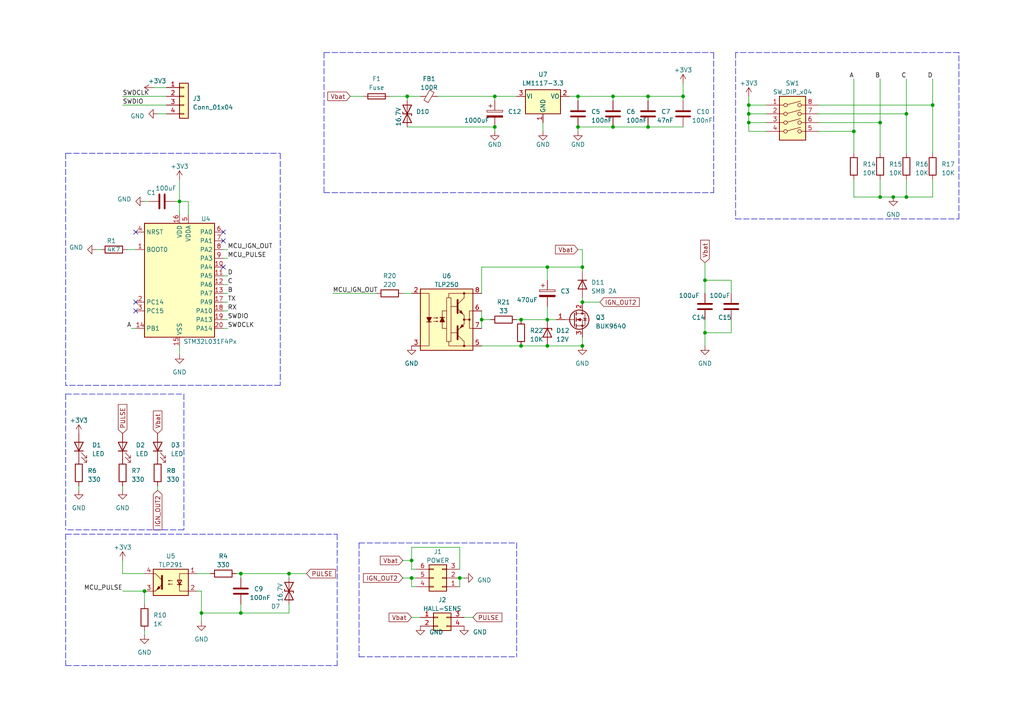
<source format=kicad_sch>
(kicad_sch (version 20210621) (generator eeschema)
  (paper "A4")
  (junction (at -246.38 69.85) (diameter 0.9144))
  (junction (at -238.76 69.85) (diameter 0.9144))
  (junction (at -226.06 54.61) (diameter 0.9144))
  (junction (at -210.82 62.23) (diameter 0.9144))
  (junction (at -210.82 74.93) (diameter 0.9144))
  (junction (at -185.42 58.42) (diameter 0.9144))
  (junction (at -185.42 74.93) (diameter 0.9144))
  (junction (at -185.42 86.36) (diameter 0.9144))
  (junction (at -100.33 55.88) (diameter 0.9144))
  (junction (at -100.33 77.47) (diameter 0.9144))
  (junction (at -74.93 62.23) (diameter 0.9144))
  (junction (at -74.93 69.85) (diameter 0.9144))
  (junction (at -68.58 69.85) (diameter 0.9144))
  (junction (at -66.04 85.09) (diameter 0.9144))
  (junction (at -63.5 62.23) (diameter 0.9144))
  (junction (at -52.07 69.85) (diameter 0.9144))
  (junction (at -50.8 81.28) (diameter 0.9144))
  (junction (at -49.53 62.23) (diameter 0.9144))
  (junction (at 41.91 171.45) (diameter 0.9144))
  (junction (at 52.07 58.42) (diameter 0.9144))
  (junction (at 58.42 177.8) (diameter 0.9144))
  (junction (at 69.85 166.37) (diameter 0.9144))
  (junction (at 69.85 177.8) (diameter 0.9144))
  (junction (at 83.82 166.37) (diameter 0.9144))
  (junction (at 118.11 27.94) (diameter 0.9144))
  (junction (at 119.38 162.56) (diameter 0.9144))
  (junction (at 119.38 167.64) (diameter 0.9144))
  (junction (at 133.35 167.64) (diameter 0.9144))
  (junction (at 139.7 92.71) (diameter 0.9144))
  (junction (at 143.51 27.94) (diameter 0.9144))
  (junction (at 143.51 36.83) (diameter 0.9144))
  (junction (at 151.13 92.71) (diameter 0.9144))
  (junction (at 151.13 100.33) (diameter 0.9144))
  (junction (at 158.75 77.47) (diameter 0.9144))
  (junction (at 158.75 92.71) (diameter 0.9144))
  (junction (at 158.75 100.33) (diameter 0.9144))
  (junction (at 167.64 27.94) (diameter 0.9144))
  (junction (at 167.64 36.83) (diameter 0.9144))
  (junction (at 168.91 77.47) (diameter 0.9144))
  (junction (at 168.91 87.63) (diameter 0.9144))
  (junction (at 168.91 100.33) (diameter 0.9144))
  (junction (at 177.8 27.94) (diameter 0.9144))
  (junction (at 177.8 36.83) (diameter 0.9144))
  (junction (at 187.96 27.94) (diameter 0.9144))
  (junction (at 187.96 36.83) (diameter 0.9144))
  (junction (at 198.12 27.94) (diameter 0.9144))
  (junction (at 204.47 81.28) (diameter 0.9144))
  (junction (at 204.47 96.52) (diameter 0.9144))
  (junction (at 217.17 30.48) (diameter 0.9144))
  (junction (at 217.17 33.02) (diameter 0.9144))
  (junction (at 217.17 35.56) (diameter 0.9144))
  (junction (at 247.65 38.1) (diameter 0.9144))
  (junction (at 255.27 35.56) (diameter 0.9144))
  (junction (at 255.27 57.15) (diameter 0.9144))
  (junction (at 259.08 57.15) (diameter 0.9144))
  (junction (at 262.89 33.02) (diameter 0.9144))
  (junction (at 262.89 57.15) (diameter 0.9144))
  (junction (at 270.51 30.48) (diameter 0.9144))
  (no_connect (at 39.37 67.31))
  (no_connect (at 39.37 87.63))
  (no_connect (at 39.37 90.17))
  (no_connect (at 64.77 67.31))
  (no_connect (at 64.77 69.85))
  (no_connect (at 64.77 77.47))
  (wire (pts (xy -275.59 64.77) (xy -274.32 64.77)))
  (wire (pts (xy -266.7 64.77) (xy -264.16 64.77)))
  (wire (pts (xy -264.16 69.85) (xy -264.16 73.66)))
  (wire (pts (xy -248.92 64.77) (xy -246.38 62.23)))
  (wire (pts (xy -248.92 69.85) (xy -246.38 69.85)))
  (wire (pts (xy -246.38 69.85) (xy -246.38 72.39)))
  (wire (pts (xy -246.38 69.85) (xy -238.76 69.85)))
  (wire (pts (xy -246.38 80.01) (xy -246.38 82.55)))
  (wire (pts (xy -238.76 54.61) (xy -238.76 62.23)))
  (wire (pts (xy -238.76 69.85) (xy -233.68 69.85)))
  (wire (pts (xy -238.76 72.39) (xy -238.76 69.85)))
  (wire (pts (xy -233.68 72.39) (xy -238.76 72.39)))
  (wire (pts (xy -226.06 53.34) (xy -226.06 54.61)))
  (wire (pts (xy -226.06 54.61) (xy -238.76 54.61)))
  (wire (pts (xy -226.06 54.61) (xy -226.06 57.15)))
  (wire (pts (xy -222.25 54.61) (xy -226.06 54.61)))
  (wire (pts (xy -218.44 74.93) (xy -210.82 74.93)))
  (wire (pts (xy -214.63 54.61) (xy -210.82 54.61)))
  (wire (pts (xy -210.82 54.61) (xy -210.82 62.23)))
  (wire (pts (xy -210.82 62.23) (xy -218.44 62.23)))
  (wire (pts (xy -210.82 66.04) (xy -210.82 62.23)))
  (wire (pts (xy -210.82 74.93) (xy -210.82 73.66)))
  (wire (pts (xy -210.82 74.93) (xy -185.42 74.93)))
  (wire (pts (xy -210.82 77.47) (xy -218.44 77.47)))
  (wire (pts (xy -210.82 93.98) (xy -210.82 77.47)))
  (wire (pts (xy -210.82 93.98) (xy -207.01 93.98)))
  (wire (pts (xy -205.74 64.77) (xy -218.44 64.77)))
  (wire (pts (xy -199.39 93.98) (xy -193.04 93.98)))
  (wire (pts (xy -198.12 64.77) (xy -193.04 64.77)))
  (wire (pts (xy -185.42 55.88) (xy -185.42 58.42)))
  (wire (pts (xy -185.42 58.42) (xy -185.42 59.69)))
  (wire (pts (xy -185.42 58.42) (xy -181.61 58.42)))
  (wire (pts (xy -185.42 69.85) (xy -185.42 74.93)))
  (wire (pts (xy -185.42 74.93) (xy -181.61 74.93)))
  (wire (pts (xy -185.42 76.2) (xy -185.42 74.93)))
  (wire (pts (xy -185.42 83.82) (xy -185.42 86.36)))
  (wire (pts (xy -185.42 86.36) (xy -185.42 88.9)))
  (wire (pts (xy -185.42 86.36) (xy -181.61 86.36)))
  (wire (pts (xy -185.42 99.06) (xy -185.42 100.33)))
  (wire (pts (xy -173.99 58.42) (xy -171.45 58.42)))
  (wire (pts (xy -114.3 55.88) (xy -100.33 55.88)))
  (wire (pts (xy -114.3 67.31) (xy -114.3 55.88)))
  (wire (pts (xy -113.03 69.85) (xy -110.49 69.85)))
  (wire (pts (xy -113.03 77.47) (xy -100.33 77.47)))
  (wire (pts (xy -110.49 67.31) (xy -114.3 67.31)))
  (wire (pts (xy -100.33 54.61) (xy -100.33 55.88)))
  (wire (pts (xy -100.33 55.88) (xy -100.33 57.15)))
  (wire (pts (xy -100.33 55.88) (xy -92.71 55.88)))
  (wire (pts (xy -100.33 74.93) (xy -100.33 77.47)))
  (wire (pts (xy -100.33 77.47) (xy -100.33 78.74)))
  (wire (pts (xy -90.17 62.23) (xy -90.17 64.77)))
  (wire (pts (xy -90.17 69.85) (xy -90.17 67.31)))
  (wire (pts (xy -85.09 62.23) (xy -90.17 62.23)))
  (wire (pts (xy -85.09 69.85) (xy -90.17 69.85)))
  (wire (pts (xy -83.82 55.88) (xy -85.09 55.88)))
  (wire (pts (xy -74.93 62.23) (xy -77.47 62.23)))
  (wire (pts (xy -74.93 62.23) (xy -63.5 62.23)))
  (wire (pts (xy -74.93 69.85) (xy -77.47 69.85)))
  (wire (pts (xy -74.93 69.85) (xy -68.58 69.85)))
  (wire (pts (xy -68.58 69.85) (xy -68.58 73.66)))
  (wire (pts (xy -68.58 69.85) (xy -52.07 69.85)))
  (wire (pts (xy -68.58 81.28) (xy -68.58 85.09)))
  (wire (pts (xy -68.58 85.09) (xy -66.04 85.09)))
  (wire (pts (xy -66.04 85.09) (xy -63.5 85.09)))
  (wire (pts (xy -63.5 62.23) (xy -63.5 73.66)))
  (wire (pts (xy -63.5 62.23) (xy -49.53 62.23)))
  (wire (pts (xy -63.5 81.28) (xy -63.5 85.09)))
  (wire (pts (xy -52.07 69.85) (xy -52.07 73.66)))
  (wire (pts (xy -52.07 69.85) (xy -45.72 69.85)))
  (wire (pts (xy -52.07 81.28) (xy -50.8 81.28)))
  (wire (pts (xy -50.8 81.28) (xy -50.8 83.82)))
  (wire (pts (xy -50.8 81.28) (xy -49.53 81.28)))
  (wire (pts (xy -49.53 62.23) (xy -49.53 73.66)))
  (wire (pts (xy -49.53 62.23) (xy -45.72 62.23)))
  (wire (pts (xy 22.86 140.97) (xy 22.86 142.24)))
  (wire (pts (xy 27.94 72.39) (xy 29.21 72.39)))
  (wire (pts (xy 35.56 27.94) (xy 48.26 27.94)))
  (wire (pts (xy 35.56 30.48) (xy 48.26 30.48)))
  (wire (pts (xy 35.56 140.97) (xy 35.56 142.24)))
  (wire (pts (xy 35.56 162.56) (xy 35.56 166.37)))
  (wire (pts (xy 35.56 166.37) (xy 41.91 166.37)))
  (wire (pts (xy 35.56 171.45) (xy 41.91 171.45)))
  (wire (pts (xy 36.83 72.39) (xy 39.37 72.39)))
  (wire (pts (xy 39.37 95.25) (xy 38.1 95.25)))
  (wire (pts (xy 41.91 58.42) (xy 43.18 58.42)))
  (wire (pts (xy 41.91 171.45) (xy 41.91 175.26)))
  (wire (pts (xy 41.91 182.88) (xy 41.91 184.15)))
  (wire (pts (xy 45.72 140.97) (xy 45.72 142.24)))
  (wire (pts (xy 48.26 25.4) (xy 44.45 25.4)))
  (wire (pts (xy 48.26 33.02) (xy 45.72 33.02)))
  (wire (pts (xy 50.8 58.42) (xy 52.07 58.42)))
  (wire (pts (xy 52.07 52.07) (xy 52.07 58.42)))
  (wire (pts (xy 52.07 58.42) (xy 52.07 62.23)))
  (wire (pts (xy 52.07 100.33) (xy 52.07 102.87)))
  (wire (pts (xy 54.61 58.42) (xy 52.07 58.42)))
  (wire (pts (xy 54.61 62.23) (xy 54.61 58.42)))
  (wire (pts (xy 57.15 166.37) (xy 60.96 166.37)))
  (wire (pts (xy 57.15 171.45) (xy 58.42 171.45)))
  (wire (pts (xy 58.42 171.45) (xy 58.42 177.8)))
  (wire (pts (xy 58.42 177.8) (xy 58.42 180.34)))
  (wire (pts (xy 58.42 177.8) (xy 69.85 177.8)))
  (wire (pts (xy 66.04 72.39) (xy 64.77 72.39)))
  (wire (pts (xy 66.04 74.93) (xy 64.77 74.93)))
  (wire (pts (xy 66.04 80.01) (xy 64.77 80.01)))
  (wire (pts (xy 66.04 82.55) (xy 64.77 82.55)))
  (wire (pts (xy 66.04 85.09) (xy 64.77 85.09)))
  (wire (pts (xy 66.04 87.63) (xy 64.77 87.63)))
  (wire (pts (xy 66.04 90.17) (xy 64.77 90.17)))
  (wire (pts (xy 66.04 92.71) (xy 64.77 92.71)))
  (wire (pts (xy 66.04 95.25) (xy 64.77 95.25)))
  (wire (pts (xy 68.58 166.37) (xy 69.85 166.37)))
  (wire (pts (xy 69.85 166.37) (xy 69.85 167.64)))
  (wire (pts (xy 69.85 166.37) (xy 83.82 166.37)))
  (wire (pts (xy 69.85 175.26) (xy 69.85 177.8)))
  (wire (pts (xy 83.82 166.37) (xy 83.82 167.64)))
  (wire (pts (xy 83.82 166.37) (xy 88.9 166.37)))
  (wire (pts (xy 83.82 175.26) (xy 83.82 177.8)))
  (wire (pts (xy 83.82 177.8) (xy 69.85 177.8)))
  (wire (pts (xy 96.52 85.09) (xy 109.22 85.09)))
  (wire (pts (xy 101.6 27.94) (xy 105.41 27.94)))
  (wire (pts (xy 113.03 27.94) (xy 118.11 27.94)))
  (wire (pts (xy 116.84 85.09) (xy 119.38 85.09)))
  (wire (pts (xy 116.84 162.56) (xy 119.38 162.56)))
  (wire (pts (xy 118.11 27.94) (xy 118.11 29.21)))
  (wire (pts (xy 118.11 27.94) (xy 121.92 27.94)))
  (wire (pts (xy 118.11 36.83) (xy 143.51 36.83)))
  (wire (pts (xy 119.38 158.75) (xy 119.38 162.56)))
  (wire (pts (xy 119.38 158.75) (xy 133.35 158.75)))
  (wire (pts (xy 119.38 165.1) (xy 119.38 162.56)))
  (wire (pts (xy 119.38 167.64) (xy 116.84 167.64)))
  (wire (pts (xy 119.38 167.64) (xy 120.65 167.64)))
  (wire (pts (xy 119.38 170.18) (xy 119.38 167.64)))
  (wire (pts (xy 119.38 179.07) (xy 121.92 179.07)))
  (wire (pts (xy 120.65 165.1) (xy 119.38 165.1)))
  (wire (pts (xy 120.65 170.18) (xy 119.38 170.18)))
  (wire (pts (xy 127 27.94) (xy 143.51 27.94)))
  (wire (pts (xy 133.35 158.75) (xy 133.35 165.1)))
  (wire (pts (xy 133.35 167.64) (xy 133.35 170.18)))
  (wire (pts (xy 133.35 167.64) (xy 134.62 167.64)))
  (wire (pts (xy 134.62 179.07) (xy 137.16 179.07)))
  (wire (pts (xy 139.7 77.47) (xy 158.75 77.47)))
  (wire (pts (xy 139.7 85.09) (xy 139.7 77.47)))
  (wire (pts (xy 139.7 90.17) (xy 139.7 92.71)))
  (wire (pts (xy 139.7 92.71) (xy 139.7 95.25)))
  (wire (pts (xy 139.7 92.71) (xy 142.24 92.71)))
  (wire (pts (xy 139.7 100.33) (xy 151.13 100.33)))
  (wire (pts (xy 143.51 27.94) (xy 143.51 29.21)))
  (wire (pts (xy 143.51 27.94) (xy 149.86 27.94)))
  (wire (pts (xy 143.51 36.83) (xy 143.51 38.1)))
  (wire (pts (xy 149.86 92.71) (xy 151.13 92.71)))
  (wire (pts (xy 151.13 92.71) (xy 158.75 92.71)))
  (wire (pts (xy 151.13 100.33) (xy 158.75 100.33)))
  (wire (pts (xy 157.48 35.56) (xy 157.48 38.1)))
  (wire (pts (xy 158.75 77.47) (xy 158.75 81.28)))
  (wire (pts (xy 158.75 77.47) (xy 168.91 77.47)))
  (wire (pts (xy 158.75 88.9) (xy 158.75 92.71)))
  (wire (pts (xy 158.75 92.71) (xy 161.29 92.71)))
  (wire (pts (xy 158.75 100.33) (xy 168.91 100.33)))
  (wire (pts (xy 165.1 27.94) (xy 167.64 27.94)))
  (wire (pts (xy 167.64 27.94) (xy 167.64 29.21)))
  (wire (pts (xy 167.64 27.94) (xy 177.8 27.94)))
  (wire (pts (xy 167.64 36.83) (xy 167.64 38.1)))
  (wire (pts (xy 167.64 36.83) (xy 177.8 36.83)))
  (wire (pts (xy 167.64 72.39) (xy 168.91 72.39)))
  (wire (pts (xy 168.91 72.39) (xy 168.91 77.47)))
  (wire (pts (xy 168.91 77.47) (xy 168.91 78.74)))
  (wire (pts (xy 168.91 86.36) (xy 168.91 87.63)))
  (wire (pts (xy 168.91 87.63) (xy 173.99 87.63)))
  (wire (pts (xy 168.91 97.79) (xy 168.91 100.33)))
  (wire (pts (xy 177.8 29.21) (xy 177.8 27.94)))
  (wire (pts (xy 177.8 36.83) (xy 187.96 36.83)))
  (wire (pts (xy 187.96 27.94) (xy 177.8 27.94)))
  (wire (pts (xy 187.96 29.21) (xy 187.96 27.94)))
  (wire (pts (xy 187.96 36.83) (xy 198.12 36.83)))
  (wire (pts (xy 198.12 24.13) (xy 198.12 27.94)))
  (wire (pts (xy 198.12 27.94) (xy 187.96 27.94)))
  (wire (pts (xy 198.12 29.21) (xy 198.12 27.94)))
  (wire (pts (xy 204.47 76.2) (xy 204.47 81.28)))
  (wire (pts (xy 204.47 81.28) (xy 204.47 85.09)))
  (wire (pts (xy 204.47 92.71) (xy 204.47 96.52)))
  (wire (pts (xy 204.47 96.52) (xy 204.47 100.33)))
  (wire (pts (xy 212.09 81.28) (xy 204.47 81.28)))
  (wire (pts (xy 212.09 85.09) (xy 212.09 81.28)))
  (wire (pts (xy 212.09 92.71) (xy 212.09 96.52)))
  (wire (pts (xy 212.09 96.52) (xy 204.47 96.52)))
  (wire (pts (xy 217.17 27.94) (xy 217.17 30.48)))
  (wire (pts (xy 217.17 30.48) (xy 222.25 30.48)))
  (wire (pts (xy 217.17 33.02) (xy 217.17 30.48)))
  (wire (pts (xy 217.17 35.56) (xy 217.17 33.02)))
  (wire (pts (xy 217.17 38.1) (xy 217.17 35.56)))
  (wire (pts (xy 222.25 33.02) (xy 217.17 33.02)))
  (wire (pts (xy 222.25 35.56) (xy 217.17 35.56)))
  (wire (pts (xy 222.25 38.1) (xy 217.17 38.1)))
  (wire (pts (xy 237.49 30.48) (xy 270.51 30.48)))
  (wire (pts (xy 237.49 33.02) (xy 262.89 33.02)))
  (wire (pts (xy 237.49 35.56) (xy 255.27 35.56)))
  (wire (pts (xy 237.49 38.1) (xy 247.65 38.1)))
  (wire (pts (xy 247.65 22.86) (xy 247.65 38.1)))
  (wire (pts (xy 247.65 38.1) (xy 247.65 44.45)))
  (wire (pts (xy 247.65 52.07) (xy 247.65 57.15)))
  (wire (pts (xy 247.65 57.15) (xy 255.27 57.15)))
  (wire (pts (xy 255.27 22.86) (xy 255.27 35.56)))
  (wire (pts (xy 255.27 35.56) (xy 255.27 44.45)))
  (wire (pts (xy 255.27 52.07) (xy 255.27 57.15)))
  (wire (pts (xy 255.27 57.15) (xy 259.08 57.15)))
  (wire (pts (xy 262.89 22.86) (xy 262.89 33.02)))
  (wire (pts (xy 262.89 33.02) (xy 262.89 44.45)))
  (wire (pts (xy 262.89 52.07) (xy 262.89 57.15)))
  (wire (pts (xy 262.89 57.15) (xy 259.08 57.15)))
  (wire (pts (xy 270.51 30.48) (xy 270.51 22.86)))
  (wire (pts (xy 270.51 30.48) (xy 270.51 44.45)))
  (wire (pts (xy 270.51 52.07) (xy 270.51 57.15)))
  (wire (pts (xy 270.51 57.15) (xy 262.89 57.15)))
  (polyline (pts (xy -290.83 43.18) (xy -290.83 106.68)) (stroke (width 0) (type dash)))
  (polyline (pts (xy -290.83 43.18) (xy -146.05 43.18)) (stroke (width 0) (type dash)))
  (polyline (pts (xy -146.05 43.18) (xy -146.05 106.68)) (stroke (width 0) (type dash)))
  (polyline (pts (xy -146.05 106.68) (xy -290.83 106.68)) (stroke (width 0) (type dash)))
  (polyline (pts (xy -116.84 48.26) (xy -116.84 91.44)) (stroke (width 0) (type dash)))
  (polyline (pts (xy -116.84 48.26) (xy -38.1 48.26)) (stroke (width 0) (type dash)))
  (polyline (pts (xy -38.1 48.26) (xy -38.1 91.44)) (stroke (width 0) (type dash)))
  (polyline (pts (xy -38.1 91.44) (xy -116.84 91.44)) (stroke (width 0) (type dash)))
  (polyline (pts (xy 19.05 44.45) (xy 19.05 111.76)) (stroke (width 0) (type dash)))
  (polyline (pts (xy 19.05 44.45) (xy 81.28 44.45)) (stroke (width 0) (type dash)))
  (polyline (pts (xy 19.05 114.3) (xy 19.05 153.67)) (stroke (width 0) (type dash)))
  (polyline (pts (xy 19.05 114.3) (xy 53.34 114.3)) (stroke (width 0) (type dash)))
  (polyline (pts (xy 19.05 154.94) (xy 19.05 193.04)) (stroke (width 0) (type dash)))
  (polyline (pts (xy 19.05 154.94) (xy 97.79 154.94)) (stroke (width 0) (type dash)))
  (polyline (pts (xy 19.05 193.04) (xy 97.79 193.04)) (stroke (width 0) (type dash)))
  (polyline (pts (xy 53.34 114.3) (xy 53.34 153.67)) (stroke (width 0) (type dash)))
  (polyline (pts (xy 53.34 153.67) (xy 19.05 153.67)) (stroke (width 0) (type dash)))
  (polyline (pts (xy 81.28 44.45) (xy 81.28 111.76)) (stroke (width 0) (type dash)))
  (polyline (pts (xy 81.28 111.76) (xy 19.05 111.76)) (stroke (width 0) (type dash)))
  (polyline (pts (xy 93.98 15.24) (xy 93.98 55.88)) (stroke (width 0) (type dash)))
  (polyline (pts (xy 93.98 15.24) (xy 207.01 15.24)) (stroke (width 0) (type dash)))
  (polyline (pts (xy 93.98 55.88) (xy 207.01 55.88)) (stroke (width 0) (type dash)))
  (polyline (pts (xy 97.79 154.94) (xy 97.79 193.04)) (stroke (width 0) (type dash)))
  (polyline (pts (xy 104.14 157.48) (xy 104.14 190.5)) (stroke (width 0) (type dash)))
  (polyline (pts (xy 104.14 157.48) (xy 149.86 157.48)) (stroke (width 0) (type dash)))
  (polyline (pts (xy 104.14 190.5) (xy 149.86 190.5)) (stroke (width 0) (type dash)))
  (polyline (pts (xy 149.86 157.48) (xy 149.86 190.5)) (stroke (width 0) (type dash)))
  (polyline (pts (xy 207.01 55.88) (xy 207.01 15.24)) (stroke (width 0) (type dash)))
  (polyline (pts (xy 213.36 15.24) (xy 213.36 63.5)) (stroke (width 0) (type dash)))
  (polyline (pts (xy 213.36 63.5) (xy 278.13 63.5)) (stroke (width 0) (type dash)))
  (polyline (pts (xy 278.13 15.24) (xy 213.36 15.24)) (stroke (width 0) (type dash)))
  (polyline (pts (xy 278.13 63.5) (xy 278.13 15.24)) (stroke (width 0) (type dash)))
  (label "MCU_IGN_OUT" (at -275.59 64.77 180))
  (label "TX" (at -110.49 62.23 180))
  (label "RX" (at -110.49 64.77 180))
  (label "SWDCLK" (at 35.56 27.94 0))
  (label "SWDIO" (at 35.56 30.48 0))
  (label "MCU_PULSE" (at 35.56 171.45 180))
  (label "A" (at 38.1 95.25 180))
  (label "MCU_IGN_OUT" (at 66.04 72.39 0))
  (label "MCU_PULSE" (at 66.04 74.93 0))
  (label "D" (at 66.04 80.01 0))
  (label "C" (at 66.04 82.55 0))
  (label "B" (at 66.04 85.09 0))
  (label "TX" (at 66.04 87.63 0))
  (label "RX" (at 66.04 90.17 0))
  (label "SWDIO" (at 66.04 92.71 0))
  (label "SWDCLK" (at 66.04 95.25 0))
  (label "MCU_IGN_OUT" (at 96.52 85.09 0))
  (label "A" (at 247.65 22.86 180))
  (label "B" (at 255.27 22.86 180))
  (label "C" (at 262.89 22.86 180))
  (label "D" (at 270.51 22.86 180))
  (global_label "Vbat" (shape input) (at -226.06 53.34 90) (property "Intersheet References" "${INTERSHEET_REFS}" (effects hide)))
  (global_label "Vbat" (shape input) (at -185.42 55.88 90) (property "Intersheet References" "${INTERSHEET_REFS}" (effects hide)))
  (global_label "IGN_OUT1" (shape input) (at -181.61 74.93 0) (property "Intersheet References" "${INTERSHEET_REFS}" (effects hide)))
  (global_label "IGN_OUT2" (shape input) (at -181.61 86.36 0) (property "Intersheet References" "${INTERSHEET_REFS}" (effects hide)))
  (global_label "CANH" (shape input) (at -45.72 62.23 0) (property "Intersheet References" "${INTERSHEET_REFS}" (effects hide)))
  (global_label "CANL" (shape input) (at -45.72 69.85 0) (property "Intersheet References" "${INTERSHEET_REFS}" (effects hide)))
  (global_label "PULSE" (shape input) (at 35.56 125.73 90) (property "Intersheet References" "${INTERSHEET_REFS}" (effects hide)))
  (global_label "Vbat" (shape input) (at 45.72 125.73 90) (property "Intersheet References" "${INTERSHEET_REFS}" (effects hide)))
  (global_label "IGN_OUT2" (shape input) (at 45.72 142.24 270) (property "Intersheet References" "${INTERSHEET_REFS}" (effects hide)))
  (global_label "PULSE" (shape input) (at 88.9 166.37 0) (property "Intersheet References" "${INTERSHEET_REFS}" (effects hide)))
  (global_label "Vbat" (shape input) (at 101.6 27.94 180) (property "Intersheet References" "${INTERSHEET_REFS}" (effects hide)))
  (global_label "Vbat" (shape input) (at 116.84 162.56 180) (property "Intersheet References" "${INTERSHEET_REFS}" (effects hide)))
  (global_label "IGN_OUT2" (shape input) (at 116.84 167.64 180) (property "Intersheet References" "${INTERSHEET_REFS}" (effects hide)))
  (global_label "Vbat" (shape input) (at 119.38 179.07 180) (property "Intersheet References" "${INTERSHEET_REFS}" (effects hide)))
  (global_label "PULSE" (shape input) (at 137.16 179.07 0) (property "Intersheet References" "${INTERSHEET_REFS}" (effects hide)))
  (global_label "Vbat" (shape input) (at 167.64 72.39 180) (property "Intersheet References" "${INTERSHEET_REFS}" (effects hide)))
  (global_label "IGN_OUT2" (shape input) (at 173.99 87.63 0) (property "Intersheet References" "${INTERSHEET_REFS}" (effects hide)))
  (global_label "Vbat" (shape input) (at 204.47 76.2 90) (property "Intersheet References" "${INTERSHEET_REFS}" (effects hide)))
  (symbol (lib_id "power:+3V3") (at -100.33 54.61 0) (unit 1)
    (property "Reference" "#PWR0111" (effects hide))
    (property "Value" "+3V3" (at -100.33 50.8 0))
  )
  (symbol (lib_id "power:+3V3") (at 22.86 125.73 0) (unit 1)
    (property "Reference" "#PWR0124" (effects hide))
    (property "Value" "+3V3" (at 22.86 121.92 0))
  )
  (symbol (lib_id "power:+3V3") (at 35.56 162.56 0) (unit 1)
    (property "Reference" "#PWR0106" (effects hide))
    (property "Value" "+3V3" (at 35.56 158.75 0))
  )
  (symbol (lib_id "power:+3.3V") (at 44.45 25.4 90) (unit 1)
    (property "Reference" "#PWR0121" (effects hide))
    (property "Value" "+3.3V" (at 48.26 23.4949 90) (effects (justify left)))
  )
  (symbol (lib_id "power:+3V3") (at 52.07 52.07 0) (unit 1)
    (property "Reference" "#PWR0122" (effects hide))
    (property "Value" "+3V3" (at 52.07 48.26 0))
  )
  (symbol (lib_id "power:+3V3") (at 198.12 24.13 0) (unit 1)
    (property "Reference" "#PWR0105" (effects hide))
    (property "Value" "+3V3" (at 198.12 20.32 0))
  )
  (symbol (lib_id "power:+3V3") (at 217.17 27.94 0) (unit 1)
    (property "Reference" "#PWR0114" (effects hide))
    (property "Value" "+3V3" (at 217.17 24.13 0))
  )
  (symbol (lib_id "power:GND") (at -264.16 73.66 0) (unit 1)
    (property "Reference" "#PWR0131" (effects hide))
    (property "Value" "GND" (at -264.16 78.74 0))
  )
  (symbol (lib_id "power:GND") (at -246.38 82.55 0) (unit 1)
    (property "Reference" "#PWR0127" (effects hide))
    (property "Value" "GND" (at -246.38 87.63 0))
  )
  (symbol (lib_id "power:GND") (at -226.06 82.55 0) (unit 1)
    (property "Reference" "#PWR0132" (effects hide))
    (property "Value" "GND" (at -226.06 87.63 0))
  )
  (symbol (lib_id "power:GND") (at -185.42 100.33 0) (unit 1)
    (property "Reference" "#PWR0133" (effects hide))
    (property "Value" "GND" (at -185.42 105.41 0))
  )
  (symbol (lib_id "power:GND") (at -171.45 58.42 90) (unit 1)
    (property "Reference" "#PWR0134" (effects hide))
    (property "Value" "GND" (at -171.45 61.5949 90) (effects (justify right)))
  )
  (symbol (lib_id "power:GND") (at -100.33 78.74 0) (unit 1)
    (property "Reference" "#PWR0110" (effects hide))
    (property "Value" "GND" (at -100.33 83.82 0))
  )
  (symbol (lib_id "power:GND") (at -83.82 55.88 90) (unit 1)
    (property "Reference" "#PWR0118" (effects hide))
    (property "Value" "GND" (at -80.01 56.5149 90) (effects (justify right)))
  )
  (symbol (lib_id "power:GND") (at -66.04 85.09 0) (unit 1)
    (property "Reference" "#PWR0117" (effects hide))
    (property "Value" "GND" (at -66.04 88.9 0))
  )
  (symbol (lib_id "power:GND") (at -50.8 83.82 0) (unit 1)
    (property "Reference" "#PWR0116" (effects hide))
    (property "Value" "GND" (at -50.8 88.9 0))
  )
  (symbol (lib_id "power:GND") (at 22.86 142.24 0) (unit 1)
    (property "Reference" "#PWR0126" (effects hide))
    (property "Value" "GND" (at 22.86 147.32 0))
  )
  (symbol (lib_id "power:GND") (at 27.94 72.39 270) (unit 1)
    (property "Reference" "#PWR0115" (effects hide))
    (property "Value" "GND" (at 24.13 71.7551 90) (effects (justify right)))
  )
  (symbol (lib_id "power:GND") (at 35.56 142.24 0) (unit 1)
    (property "Reference" "#PWR0125" (effects hide))
    (property "Value" "GND" (at 35.56 147.32 0))
  )
  (symbol (lib_id "power:GND") (at 41.91 58.42 270) (unit 1)
    (property "Reference" "#PWR0119" (effects hide))
    (property "Value" "GND" (at 38.1 57.7851 90) (effects (justify right)))
  )
  (symbol (lib_id "power:GND") (at 41.91 184.15 0) (unit 1)
    (property "Reference" "#PWR0128" (effects hide))
    (property "Value" "GND" (at 41.91 189.23 0))
  )
  (symbol (lib_id "power:GND") (at 45.72 33.02 270) (unit 1)
    (property "Reference" "#PWR0120" (effects hide))
    (property "Value" "GND" (at 41.91 33.6549 90) (effects (justify right)))
  )
  (symbol (lib_id "power:GND") (at 52.07 102.87 0) (unit 1)
    (property "Reference" "#PWR0123" (effects hide))
    (property "Value" "GND" (at 52.07 107.95 0))
  )
  (symbol (lib_id "power:GND") (at 58.42 180.34 0) (unit 1)
    (property "Reference" "#PWR0129" (effects hide))
    (property "Value" "GND" (at 58.42 185.42 0))
  )
  (symbol (lib_id "power:GND") (at 119.38 100.33 0) (unit 1)
    (property "Reference" "#PWR0104" (effects hide))
    (property "Value" "GND" (at 119.38 105.41 0))
  )
  (symbol (lib_id "power:GND") (at 121.92 181.61 0) (unit 1)
    (property "Reference" "#PWR0109" (effects hide))
    (property "Value" "GND" (at 124.46 183.3244 0) (effects (justify left)))
  )
  (symbol (lib_id "power:GND") (at 134.62 167.64 90) (unit 1)
    (property "Reference" "#PWR0108" (effects hide))
    (property "Value" "GND" (at 138.43 168.2749 90) (effects (justify right)))
  )
  (symbol (lib_id "power:GND") (at 134.62 181.61 0) (unit 1)
    (property "Reference" "#PWR0101" (effects hide))
    (property "Value" "GND" (at 137.16 183.3244 0) (effects (justify left)))
  )
  (symbol (lib_id "power:GND") (at 143.51 38.1 0) (unit 1)
    (property "Reference" "#PWR0130" (effects hide))
    (property "Value" "GND" (at 143.51 41.91 0))
  )
  (symbol (lib_id "power:GND") (at 157.48 38.1 0) (unit 1)
    (property "Reference" "#PWR0102" (effects hide))
    (property "Value" "GND" (at 157.48 41.91 0))
  )
  (symbol (lib_id "power:GND") (at 167.64 38.1 0) (unit 1)
    (property "Reference" "#PWR0103" (effects hide))
    (property "Value" "GND" (at 167.64 41.91 0))
  )
  (symbol (lib_id "power:GND") (at 168.91 100.33 0) (unit 1)
    (property "Reference" "#PWR0112" (effects hide))
    (property "Value" "GND" (at 168.91 105.41 0))
  )
  (symbol (lib_id "power:GND") (at 204.47 100.33 0) (unit 1)
    (property "Reference" "#PWR0113" (effects hide))
    (property "Value" "GND" (at 204.47 105.41 0))
  )
  (symbol (lib_id "power:GND") (at 259.08 57.15 0) (unit 1)
    (property "Reference" "#PWR0107" (effects hide))
    (property "Value" "GND" (at 259.08 62.23 0))
  )
  (symbol (lib_id "Device:Fuse") (at 109.22 27.94 90) (unit 1)
    (property "Reference" "F1" (at 109.22 22.86 90))
    (property "Value" "Fuse" (at 109.22 25.4 90))
    (property "Footprint" "Fuse:Fuse_1206_3216Metric" (effects hide))
  )
  (symbol (lib_id "Device:R") (at -270.51 64.77 90) (unit 1) (in_bom no) (on_board no)
    (property "Reference" "R2" (at -270.51 59.69 90))
    (property "Value" "330" (at -270.51 62.23 90))
    (property "Footprint" "Resistor_SMD:R_0805_2012Metric" (effects hide))
  )
  (symbol (lib_id "Device:R") (at -246.38 76.2 180) (unit 1) (in_bom no) (on_board no)
    (property "Reference" "R3" (at -243.84 75.5649 0) (effects (justify right)))
    (property "Value" "10K" (at -243.84 78.1049 0) (effects (justify right)))
    (property "Footprint" "Resistor_SMD:R_0805_2012Metric" (effects hide))
  )
  (symbol (lib_id "Device:R") (at -242.57 62.23 90) (unit 1) (in_bom no) (on_board no)
    (property "Reference" "R5" (at -242.57 57.15 90))
    (property "Value" "220" (at -242.57 59.69 90))
    (property "Footprint" "Resistor_SMD:R_0805_2012Metric" (effects hide))
  )
  (symbol (lib_id "Device:R") (at -203.2 93.98 90) (unit 1) (in_bom no) (on_board no)
    (property "Reference" "R18" (at -203.2 88.9 90))
    (property "Value" "330" (at -203.2 91.44 90))
    (property "Footprint" "Resistor_SMD:R_0805_2012Metric" (effects hide))
  )
  (symbol (lib_id "Device:R") (at -201.93 64.77 90) (unit 1) (in_bom no) (on_board no)
    (property "Reference" "R19" (at -201.93 59.69 90))
    (property "Value" "330" (at -201.93 62.23 90))
    (property "Footprint" "Resistor_SMD:R_0805_2012Metric" (effects hide))
  )
  (symbol (lib_id "Device:R") (at -113.03 73.66 0) (unit 1) (in_bom no) (on_board no)
    (property "Reference" "R9" (at -110.49 73.0249 0) (effects (justify left)))
    (property "Value" "10K" (at -110.49 75.5649 0) (effects (justify left)))
    (property "Footprint" "Resistor_SMD:R_0805_2012Metric" (effects hide))
  )
  (symbol (lib_id "Device:R") (at -81.28 62.23 90) (unit 1) (in_bom no) (on_board no)
    (property "Reference" "R11" (at -81.28 59.69 90))
    (property "Value" "10" (at -81.28 62.23 90))
    (property "Footprint" "Resistor_SMD:R_0805_2012Metric" (effects hide))
  )
  (symbol (lib_id "Device:R") (at -81.28 69.85 90) (unit 1) (in_bom no) (on_board no)
    (property "Reference" "R12" (at -81.28 67.31 90))
    (property "Value" "10" (at -81.28 69.85 90))
    (property "Footprint" "Resistor_SMD:R_0805_2012Metric" (effects hide))
  )
  (symbol (lib_id "Device:R") (at -74.93 66.04 0) (unit 1) (in_bom no) (on_board no)
    (property "Reference" "R13" (at -72.39 66.6749 0) (effects (justify left)))
    (property "Value" "120" (at -74.93 67.9449 90) (effects (justify left)))
    (property "Footprint" "Resistor_SMD:R_0805_2012Metric" (effects hide))
  )
  (symbol (lib_id "Device:R") (at 22.86 137.16 180) (unit 1)
    (property "Reference" "R6" (at 25.4 136.5249 0) (effects (justify right)))
    (property "Value" "330" (at 25.4 139.0649 0) (effects (justify right)))
    (property "Footprint" "Resistor_SMD:R_0805_2012Metric" (effects hide))
  )
  (symbol (lib_id "Device:R") (at 33.02 72.39 90) (unit 1)
    (property "Reference" "R1" (at 33.6549 69.85 90) (effects (justify left)))
    (property "Value" "4K7" (at 34.9249 72.39 90) (effects (justify left)))
    (property "Footprint" "Resistor_SMD:R_0805_2012Metric" (effects hide))
  )
  (symbol (lib_id "Device:R") (at 35.56 137.16 180) (unit 1)
    (property "Reference" "R7" (at 38.1 136.5249 0) (effects (justify right)))
    (property "Value" "330" (at 38.1 139.0649 0) (effects (justify right)))
    (property "Footprint" "Resistor_SMD:R_0805_2012Metric" (effects hide))
  )
  (symbol (lib_id "Device:R") (at 41.91 179.07 0) (unit 1)
    (property "Reference" "R10" (at 44.45 178.4349 0) (effects (justify left)))
    (property "Value" "1K" (at 44.45 180.9749 0) (effects (justify left)))
    (property "Footprint" "Resistor_SMD:R_0805_2012Metric" (effects hide))
  )
  (symbol (lib_id "Device:R") (at 45.72 137.16 180) (unit 1)
    (property "Reference" "R8" (at 48.26 136.5249 0) (effects (justify right)))
    (property "Value" "330" (at 48.26 139.0649 0) (effects (justify right)))
    (property "Footprint" "Resistor_SMD:R_0805_2012Metric" (effects hide))
  )
  (symbol (lib_id "Device:R") (at 64.77 166.37 90) (unit 1)
    (property "Reference" "R4" (at 64.77 161.29 90))
    (property "Value" "330" (at 64.77 163.83 90))
    (property "Footprint" "Resistor_SMD:R_0805_2012Metric" (effects hide))
  )
  (symbol (lib_id "Device:R") (at 113.03 85.09 90) (unit 1)
    (property "Reference" "R20" (at 113.03 80.01 90))
    (property "Value" "220" (at 113.03 82.55 90))
    (property "Footprint" "Resistor_SMD:R_0805_2012Metric" (effects hide))
  )
  (symbol (lib_id "Device:R") (at 146.05 92.71 90) (unit 1)
    (property "Reference" "R21" (at 146.05 87.63 90))
    (property "Value" "33" (at 146.05 90.17 90))
    (property "Footprint" "Resistor_SMD:R_0805_2012Metric" (effects hide))
  )
  (symbol (lib_id "Device:R") (at 151.13 96.52 0) (unit 1)
    (property "Reference" "R22" (at 153.67 95.8849 0) (effects (justify left)))
    (property "Value" "10K" (at 153.67 98.4249 0) (effects (justify left)))
    (property "Footprint" "Resistor_SMD:R_0805_2012Metric" (effects hide))
  )
  (symbol (lib_id "Device:R") (at 247.65 48.26 0) (unit 1)
    (property "Reference" "R14" (at 250.19 47.6249 0) (effects (justify left)))
    (property "Value" "10K" (at 250.19 50.1649 0) (effects (justify left)))
    (property "Footprint" "Resistor_SMD:R_0805_2012Metric" (effects hide))
  )
  (symbol (lib_id "Device:R") (at 255.27 48.26 0) (unit 1)
    (property "Reference" "R15" (at 257.81 47.6249 0) (effects (justify left)))
    (property "Value" "10K" (at 257.81 50.1649 0) (effects (justify left)))
    (property "Footprint" "Resistor_SMD:R_0805_2012Metric" (effects hide))
  )
  (symbol (lib_id "Device:R") (at 262.89 48.26 0) (unit 1)
    (property "Reference" "R16" (at 265.43 47.6249 0) (effects (justify left)))
    (property "Value" "10K" (at 265.43 50.1649 0) (effects (justify left)))
    (property "Footprint" "Resistor_SMD:R_0805_2012Metric" (effects hide))
  )
  (symbol (lib_id "Device:R") (at 270.51 48.26 0) (unit 1)
    (property "Reference" "R17" (at 273.05 47.6249 0) (effects (justify left)))
    (property "Value" "10K" (at 273.05 50.1649 0) (effects (justify left)))
    (property "Footprint" "Resistor_SMD:R_0805_2012Metric" (effects hide))
  )
  (symbol (lib_id "Device:FerriteBead_Small") (at 124.46 27.94 90) (unit 1)
    (property "Reference" "FB1" (at 124.46 22.86 90))
    (property "Value" "100R" (at 124.46 25.4 90))
    (property "Footprint" "Inductor_SMD:L_0805_2012Metric" (effects hide))
  )
  (symbol (lib_id "Diode:S2JTR") (at -218.44 54.61 180) (unit 1) (in_bom no) (on_board no)
    (property "Reference" "D6" (at -218.44 49.53 0))
    (property "Value" "SMB 2A" (at -218.44 52.07 0))
    (property "Footprint" "Diode_SMD:D_SMB" (effects hide))
    (property "Datasheet" "http://www.smc-diodes.com/propdf/S2A-S2M%20N0562%20REV.A.pdf" (effects hide))
  )
  (symbol (lib_id "Diode:S2JTR") (at -185.42 80.01 270) (unit 1) (in_bom no) (on_board no)
    (property "Reference" "D8" (at -182.88 79.3749 90) (effects (justify left)))
    (property "Value" "SMB 2A" (at -182.88 81.9149 90) (effects (justify left)))
    (property "Footprint" "Diode_SMD:D_SMB" (effects hide))
    (property "Datasheet" "http://www.smc-diodes.com/propdf/S2A-S2M%20N0562%20REV.A.pdf" (effects hide))
  )
  (symbol (lib_id "Device:D_TVS") (at -177.8 58.42 180) (unit 1) (in_bom no) (on_board no)
    (property "Reference" "D9" (at -178.4351 55.88 90) (effects (justify right)))
    (property "Value" "16,7V" (at -177.1651 54.61 0) (effects (justify right)))
    (property "Footprint" "Diode_SMD:D_SMB" (effects hide))
  )
  (symbol (lib_id "Device:D_TVS") (at -52.07 77.47 90) (unit 1) (in_bom no) (on_board no)
    (property "Reference" "D4" (at -57.15 76.8349 90) (effects (justify right)))
    (property "Value" "16,7V" (at -55.88 78.1049 0) (effects (justify right)))
    (property "Footprint" "Diode_SMD:D_SMB" (effects hide))
  )
  (symbol (lib_id "Device:D_TVS") (at -49.53 77.47 90) (unit 1) (in_bom no) (on_board no)
    (property "Reference" "D5" (at -46.99 76.8349 90) (effects (justify right)))
    (property "Value" "16,7V" (at -45.72 78.1049 0) (effects (justify right)))
    (property "Footprint" "Diode_SMD:D_SMB" (effects hide))
  )
  (symbol (lib_id "Device:D_TVS") (at 83.82 171.45 270) (unit 1)
    (property "Reference" "D7" (at 81.28 175.8951 90) (effects (justify right)))
    (property "Value" "16,7V" (at 81.28 174.6251 0) (effects (justify right)))
    (property "Footprint" "Diode_SMD:D_SMB" (effects hide))
  )
  (symbol (lib_id "Device:D_TVS") (at 118.11 33.02 90) (unit 1)
    (property "Reference" "D10" (at 120.65 32.3849 90) (effects (justify right)))
    (property "Value" "16,7V" (at 115.57 31.1149 0) (effects (justify right)))
    (property "Footprint" "Diode_SMD:D_SMB" (effects hide))
  )
  (symbol (lib_id "Device:D_Zener") (at 158.75 96.52 270) (unit 1)
    (property "Reference" "D12" (at 161.29 95.8849 90) (effects (justify left)))
    (property "Value" "12V" (at 161.29 98.4249 90) (effects (justify left)))
    (property "Footprint" "Diode_SMD:D_SOD-123" (effects hide))
  )
  (symbol (lib_id "Diode:S2JTR") (at 168.91 82.55 270) (unit 1)
    (property "Reference" "D11" (at 171.45 81.9149 90) (effects (justify left)))
    (property "Value" "SMB 2A" (at 171.45 84.4549 90) (effects (justify left)))
    (property "Footprint" "Diode_SMD:D_SMB" (effects hide))
    (property "Datasheet" "http://www.smc-diodes.com/propdf/S2A-S2M%20N0562%20REV.A.pdf" (effects hide))
  )
  (symbol (lib_id "Device:LED") (at 22.86 129.54 90) (unit 1)
    (property "Reference" "D1" (at 26.67 129.0954 90) (effects (justify right)))
    (property "Value" "LED" (at 26.67 131.6354 90) (effects (justify right)))
    (property "Footprint" "LED_SMD:LED_0805_2012Metric" (effects hide))
  )
  (symbol (lib_id "Device:LED") (at 35.56 129.54 90) (unit 1)
    (property "Reference" "D2" (at 39.37 129.0954 90) (effects (justify right)))
    (property "Value" "LED" (at 39.37 131.6354 90) (effects (justify right)))
    (property "Footprint" "LED_SMD:LED_0805_2012Metric" (effects hide))
  )
  (symbol (lib_id "Device:LED") (at 45.72 129.54 90) (unit 1)
    (property "Reference" "D3" (at 49.53 129.0954 90) (effects (justify right)))
    (property "Value" "LED" (at 49.53 131.6354 90) (effects (justify right)))
    (property "Footprint" "LED_SMD:LED_0805_2012Metric" (effects hide))
  )
  (symbol (lib_id "Device:C") (at -210.82 69.85 0) (unit 1) (in_bom no) (on_board no)
    (property "Reference" "C11" (at -214.63 73.0249 0) (effects (justify left)))
    (property "Value" "10uF" (at -219.71 70.4849 0) (effects (justify left)))
    (property "Footprint" "Capacitor_SMD:C_0805_2012Metric" (effects hide))
  )
  (symbol (lib_id "Device:C") (at -88.9 55.88 270) (unit 1) (in_bom no) (on_board no)
    (property "Reference" "C2" (at -93.3449 53.34 90) (effects (justify left)))
    (property "Value" "100uF" (at -90.8049 52.07 90) (effects (justify left)))
    (property "Footprint" "Capacitor_SMD:C_0805_2012Metric" (effects hide))
  )
  (symbol (lib_id "Device:C") (at -68.58 77.47 0) (unit 1) (in_bom no) (on_board no)
    (property "Reference" "C4" (at -67.31 75.5649 0) (effects (justify left)))
    (property "Value" "12pF" (at -68.58 80.6449 0) (effects (justify left)))
    (property "Footprint" "Capacitor_SMD:C_0603_1608Metric" (effects hide))
  )
  (symbol (lib_id "Device:C") (at -63.5 77.47 0) (unit 1) (in_bom no) (on_board no)
    (property "Reference" "C8" (at -62.23 75.5649 0) (effects (justify left)))
    (property "Value" "12pF" (at -63.5 80.6449 0) (effects (justify left)))
    (property "Footprint" "Capacitor_SMD:C_0603_1608Metric" (effects hide))
  )
  (symbol (lib_id "Device:C") (at 46.99 58.42 270) (unit 1)
    (property "Reference" "C1" (at 42.5451 55.88 90) (effects (justify left)))
    (property "Value" "100uF" (at 45.0851 54.61 90) (effects (justify left)))
    (property "Footprint" "Capacitor_SMD:C_0805_2012Metric" (effects hide))
  )
  (symbol (lib_id "Device:C") (at 69.85 171.45 0) (unit 1)
    (property "Reference" "C9" (at 73.66 170.8149 0) (effects (justify left)))
    (property "Value" "100nF" (at 72.39 173.3549 0) (effects (justify left)))
    (property "Footprint" "Capacitor_SMD:C_0805_2012Metric" (effects hide))
  )
  (symbol (lib_id "Device:C_Polarized") (at 143.51 33.02 0) (unit 1)
    (property "Reference" "C12" (at 147.32 32.3849 0) (effects (justify left)))
    (property "Value" "1000uF" (at 134.62 34.9249 0) (effects (justify left)))
    (property "Footprint" "Capacitor_SMD:CP_Elec_10x10.5" (effects hide))
  )
  (symbol (lib_id "Device:C_Polarized") (at 158.75 85.09 0) (unit 1)
    (property "Reference" "C3" (at 162.56 84.4549 0) (effects (justify left)))
    (property "Value" "470uF" (at 149.86 86.9949 0) (effects (justify left)))
    (property "Footprint" "Capacitor_SMD:CP_Elec_10x10" (effects hide))
  )
  (symbol (lib_id "Device:C") (at 167.64 33.02 0) (unit 1)
    (property "Reference" "C5" (at 171.45 32.3849 0) (effects (justify left)))
    (property "Value" "100nF" (at 171.45 34.9249 0) (effects (justify left)))
    (property "Footprint" "Capacitor_SMD:C_0805_2012Metric" (effects hide))
  )
  (symbol (lib_id "Device:C") (at 177.8 33.02 0) (unit 1)
    (property "Reference" "C6" (at 181.61 32.3849 0) (effects (justify left)))
    (property "Value" "100nF" (at 181.61 34.9249 0) (effects (justify left)))
    (property "Footprint" "Capacitor_SMD:C_0805_2012Metric" (effects hide))
  )
  (symbol (lib_id "Device:C") (at 187.96 33.02 0) (unit 1)
    (property "Reference" "C7" (at 191.77 32.3849 0) (effects (justify left)))
    (property "Value" "47nF" (at 190.5 34.9249 0) (effects (justify left)))
    (property "Footprint" "Capacitor_SMD:C_0805_2012Metric" (effects hide))
  )
  (symbol (lib_id "Device:C") (at 198.12 33.02 0) (unit 1)
    (property "Reference" "C10" (at 201.93 32.3849 0) (effects (justify left)))
    (property "Value" "100nF" (at 200.66 34.9249 0) (effects (justify left)))
    (property "Footprint" "Capacitor_SMD:C_0805_2012Metric" (effects hide))
  )
  (symbol (lib_id "Device:C") (at 204.47 88.9 0) (unit 1)
    (property "Reference" "C14" (at 200.66 92.0749 0) (effects (justify left)))
    (property "Value" "100uF" (at 196.85 85.7249 0) (effects (justify left)))
    (property "Footprint" "Capacitor_SMD:C_0805_2012Metric" (effects hide))
  )
  (symbol (lib_id "Device:C") (at 212.09 88.9 0) (unit 1)
    (property "Reference" "C15" (at 208.28 92.0749 0) (effects (justify left)))
    (property "Value" "100uF" (at 205.74 85.7249 0) (effects (justify left)))
    (property "Footprint" "Capacitor_SMD:C_0805_2012Metric" (effects hide))
  )
  (symbol (lib_id "Connector_Generic:Conn_01x04") (at 53.34 27.94 0) (unit 1)
    (property "Reference" "J3" (at 55.88 28.5749 0) (effects (justify left)))
    (property "Value" "Conn_01x04" (at 55.88 31.1149 0) (effects (justify left)))
    (property "Footprint" "Connector_PinHeader_2.54mm:PinHeader_1x04_P2.54mm_Vertical" (effects hide))
  )
  (symbol (lib_id "Connector_Generic:Conn_02x02_Top_Bottom") (at 127 179.07 0) (unit 1)
    (property "Reference" "J2" (at 128.27 173.99 0))
    (property "Value" "HALL-SENS" (at 128.27 176.53 0))
    (property "Footprint" "Connector_Molex:Molex_Mini-Fit_Jr_5569-04A2_2x02_P4.20mm_Horizontal" (effects hide))
  )
  (symbol (lib_id "Connector_Generic:Conn_02x03_Top_Bottom") (at 128.27 167.64 180) (unit 1)
    (property "Reference" "J1" (at 127 160.02 0))
    (property "Value" "POWER" (at 127 162.56 0))
    (property "Footprint" "Connector_Molex:Molex_Mini-Fit_Jr_5569-06A2_2x03_P4.20mm_Horizontal" (effects hide))
  )
  (symbol (lib_id "Transistor_FET:CSD19534Q5A") (at -187.96 64.77 0) (unit 1) (in_bom no) (on_board no)
    (property "Reference" "Q1" (at -181.61 64.1349 0) (effects (justify left)))
    (property "Value" "CSD19534Q5A" (at -181.61 66.6749 0) (effects (justify left)))
    (property "Footprint" "Package_TO_SOT_SMD:TDSON-8-1" (effects hide))
    (property "Datasheet" "http://www.ti.com/lit/gpn/csd19534q5a" (effects hide))
  )
  (symbol (lib_id "Transistor_FET:CSD19534Q5A") (at -187.96 93.98 0) (unit 1) (in_bom no) (on_board no)
    (property "Reference" "Q2" (at -181.61 93.3449 0) (effects (justify left)))
    (property "Value" "CSD19534Q5A" (at -181.61 95.8849 0) (effects (justify left)))
    (property "Footprint" "Package_TO_SOT_SMD:TDSON-8-1" (effects hide))
    (property "Datasheet" "http://www.ti.com/lit/gpn/csd19534q5a" (effects hide))
  )
  (symbol (lib_id "Transistor_FET:IRFS4229") (at 166.37 92.71 0) (unit 1)
    (property "Reference" "Q3" (at 172.72 92.0749 0) (effects (justify left)))
    (property "Value" "BUK9640" (at 172.72 94.6149 0) (effects (justify left)))
    (property "Footprint" "Package_TO_SOT_SMD:TO-263-2" (effects hide))
    (property "Datasheet" "https://www.infineon.com/dgdl/irfs4229pbf.pdf?fileId=5546d462533600a401535639fdc421a1" (effects hide))
  )
  (symbol (lib_id "Isolator:TLP291") (at -256.54 67.31 0) (unit 1) (in_bom no) (on_board no)
    (property "Reference" "U2" (at -256.54 59.69 0))
    (property "Value" "TLP291" (at -256.54 62.23 0))
    (property "Footprint" "Package_SO:SOIC-4_4.55x2.6mm_P1.27mm" (effects hide))
    (property "Datasheet" "https://toshiba.semicon-storage.com/info/docget.jsp?did=12884&prodName=TLP291" (effects hide))
  )
  (symbol (lib_id "Isolator:TLP291") (at 49.53 168.91 0) (mirror y) (unit 1)
    (property "Reference" "U5" (at 49.53 161.29 0))
    (property "Value" "TLP291" (at 49.53 163.83 0))
    (property "Footprint" "Package_SO:SOIC-4_4.55x2.6mm_P1.27mm" (effects hide))
    (property "Datasheet" "https://toshiba.semicon-storage.com/info/docget.jsp?did=12884&prodName=TLP291" (effects hide))
  )
  (symbol (lib_id "Regulator_Linear:LM1117-3.3") (at 157.48 27.94 0) (unit 1)
    (property "Reference" "U7" (at 157.48 21.59 0))
    (property "Value" "LM1117-3.3" (at 157.48 24.13 0))
    (property "Footprint" "Package_TO_SOT_SMD:TO-252-2" (effects hide))
    (property "Datasheet" "http://www.ti.com/lit/ds/symlink/lm1117.pdf" (effects hide))
  )
  (symbol (lib_id "Switch:SW_DIP_x04") (at 229.87 35.56 0) (unit 1)
    (property "Reference" "SW1" (at 229.87 24.13 0))
    (property "Value" "SW_DIP_x04" (at 229.87 26.67 0))
    (property "Footprint" "Button_Switch_SMD:SW_DIP_SPSTx04_Slide_6.7x11.72mm_W6.73mm_P2.54mm_LowProfile_JPin" (effects hide))
  )
  (symbol (lib_id "Driver_FET:TLP250") (at 129.54 92.71 0) (unit 1)
    (property "Reference" "U6" (at 129.54 80.01 0))
    (property "Value" "TLP250" (at 129.54 82.55 0))
    (property "Footprint" "Package_SO:SOIC-8_3.9x4.9mm_P1.27mm" (effects hide))
    (property "Datasheet" "http://toshiba.semicon-storage.com/info/docget.jsp?did=16821&prodName=TLP250" (effects hide))
  )
  (symbol (lib_id "Interface_CAN_LIN:SN65HVD230") (at -100.33 64.77 0) (unit 1) (in_bom no) (on_board no)
    (property "Reference" "U1" (at -106.68 58.42 0))
    (property "Value" "SN65HVD230" (at -92.71 73.66 0))
    (property "Footprint" "Package_SO:SOIC-8_3.9x4.9mm_P1.27mm" (effects hide))
    (property "Datasheet" "http://www.ti.com/lit/ds/symlink/sn65hvd230.pdf" (effects hide))
  )
  (symbol (lib_id "Driver_FET:IR2106") (at -226.06 69.85 0) (unit 1) (in_bom no) (on_board no)
    (property "Reference" "U3" (at -223.52 58.42 0))
    (property "Value" "IR2106" (at -231.14 58.42 0))
    (property "Footprint" "Package_SO:SOIC-8_3.9x4.9mm_P1.27mm" (effects hide))
    (property "Datasheet" "https://www.infineon.com/dgdl/ir2106.pdf?fileId=5546d462533600a4015355c7cfc51673" (effects hide))
  )
  (symbol (lib_id "MCU_ST_STM32L0:STM32L031F4Px") (at 52.07 80.01 0) (unit 1)
    (property "Reference" "U4" (at 59.69 63.5 0))
    (property "Value" "STM32L031F4Px" (at 60.96 99.06 0))
    (property "Footprint" "Package_SO:TSSOP-20_4.4x6.5mm_P0.65mm" (effects hide))
    (property "Datasheet" "http://www.st.com/st-web-ui/static/active/en/resource/technical/document/datasheet/DM00140359.pdf" (effects hide))
  )
)
</source>
